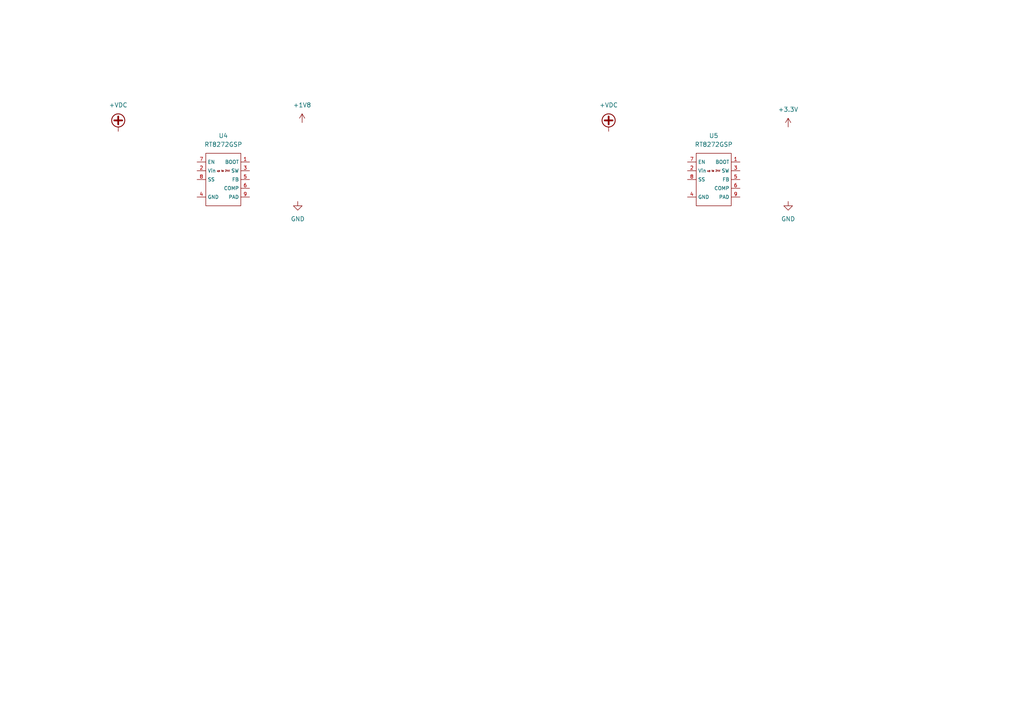
<source format=kicad_sch>
(kicad_sch (version 20211123) (generator eeschema)
  (paper "A4")
  (lib_symbols
    (symbol "Ziloo:RT8272GSP"
      (property "Reference" "U" (at 0 10.16 0))
      (property "Value" "RT8272GSP" (at 0 -11.43 0))
      (symbol "RT8272GSP_0_0"
        (text "up to 24V" (at 0 0 0) (effects (font (size 0.5 0.5))))
        (pin input line (at 7.62 2.54 180) (length 2.54) (name "BOOT") (number "1"))
        (pin power_in line (at -7.62 0 0) (length 2.54) (name "Vin") (number "2"))
        (pin input line (at 7.62 0 180) (length 2.54) (name "SW") (number "3"))
        (pin power_in line (at -7.62 -7.62 0) (length 2.54) (name "GND") (number "4"))
        (pin unspecified line (at 7.62 -2.54 180) (length 2.54) (name "FB") (number "5"))
        (pin unspecified line (at 7.62 -5.08 180) (length 2.54) (name "COMP") (number "6"))
        (pin input line (at -7.62 2.54 0) (length 2.54) (name "EN") (number "7"))
        (pin input line (at -7.62 -2.54 0) (length 2.54) (name "SS") (number "8"))
        (pin power_in line (at 7.62 -7.62 180) (length 2.54) (name "PAD") (number "9"))
      )
      (symbol "RT8272GSP_0_1"
        (rectangle (start -5.08 5.08) (end 5.08 -10.16))
      )
    )
    (symbol "power:+1V8" (power) (pin_names (offset 0))
      (property "Value" "+1V8" (at 0 3.556 0))
      (symbol "+1V8_0_1"
        (polyline (pts (xy -0.762 1.27) (xy 0 2.54)))
        (polyline (pts (xy 0 0) (xy 0 2.54)))
        (polyline (pts (xy 0 2.54) (xy 0.762 1.27)))
      )
      (symbol "+1V8_1_1"
        (pin power_in line (at 0 0 90) (length 0) hide (name "+1V8") (number "1"))
      )
    )
    (symbol "power:+3.3V" (power) (pin_names (offset 0))
      (property "Value" "+3.3V" (at 0 3.556 0))
      (symbol "+3.3V_0_1"
        (polyline (pts (xy -0.762 1.27) (xy 0 2.54)))
        (polyline (pts (xy 0 0) (xy 0 2.54)))
        (polyline (pts (xy 0 2.54) (xy 0.762 1.27)))
      )
      (symbol "+3.3V_1_1"
        (pin power_in line (at 0 0 90) (length 0) hide (name "+3.3V") (number "1"))
      )
    )
    (symbol "power:+VDC" (power) (pin_names (offset 0))
      (property "Value" "+VDC" (at 0 6.35 0))
      (symbol "+VDC_0_1"
        (polyline (pts (xy -1.143 3.175) (xy 1.143 3.175)) (stroke (width 0.508)))
        (polyline (pts (xy 0 0) (xy 0 1.27)))
        (polyline (pts (xy 0 2.032) (xy 0 4.318)) (stroke (width 0.508)))
        (circle (center 0 3.175) (radius 1.905) (stroke (width 0.254)))
      )
      (symbol "+VDC_1_1"
        (pin power_in line (at 0 0 90) (length 0) hide (name "+VDC") (number "1"))
      )
    )
    (symbol "power:GND" (power) (pin_names (offset 0))
      (property "Value" "GND" (at 0 -3.81 0))
      (symbol "GND_0_1"
        (polyline (pts (xy 0 0) (xy 0 -1.27) (xy 1.27 -1.27) (xy 0 -2.54) (xy -1.27 -1.27) (xy 0 -1.27)))
      )
      (symbol "GND_1_1"
        (pin power_in line (at 0 0 270) (length 0) hide (name "GND") (number "1"))
      )
    )
  )
  (symbol (lib_id "power:+VDC") (at 34.29 38.1 0) (unit 1)
    (property "Reference" "#PWR0167" (effects hide))
    (property "Value" "+VDC" (at 34.29 30.48 0))
  )
  (symbol (lib_id "power:GND") (at 86.36 58.42 0) (unit 1)
    (property "Reference" "#PWR0169" (effects hide))
    (property "Value" "GND" (at 86.36 63.5 0))
  )
  (symbol (lib_id "power:+1V8") (at 87.63 35.56 0) (unit 1)
    (property "Reference" "#PWR0170" (effects hide))
    (property "Value" "+1V8" (at 87.63 30.48 0))
  )
  (symbol (lib_id "Ziloo:RT8272GSP") (at 64.77 49.53 0) (unit 1)
    (property "Reference" "U4" (at 64.77 39.37 0))
    (property "Value" "RT8272GSP" (at 64.77 41.91 0))
    (property "Footprint" "Package_SO:SOP-8_3.9x4.9mm_P1.27mm" (effects hide))
  )
  (symbol (lib_id "power:GND") (at 228.6 58.42 0) (unit 1)
    (property "Reference" "#PWR0172" (effects hide))
    (property "Value" "GND" (at 228.6 63.5 0))
  )
  (symbol (lib_id "power:+3.3V") (at 228.6 36.83 0) (unit 1)
    (property "Reference" "#PWR0168" (effects hide))
    (property "Value" "+3.3V" (at 228.6 31.75 0))
  )
  (symbol (lib_id "Ziloo:RT8272GSP") (at 207.01 49.53 0) (unit 1)
    (property "Reference" "U5" (at 207.01 39.37 0))
    (property "Value" "RT8272GSP" (at 207.01 41.91 0))
    (property "Footprint" "Package_SO:SOP-8_3.9x4.9mm_P1.27mm" (effects hide))
  )
  (symbol (lib_id "power:+VDC") (at 176.53 38.1 0) (unit 1)
    (property "Reference" "#PWR0171" (effects hide))
    (property "Value" "+VDC" (at 176.53 30.48 0))
  )
)
</source>
